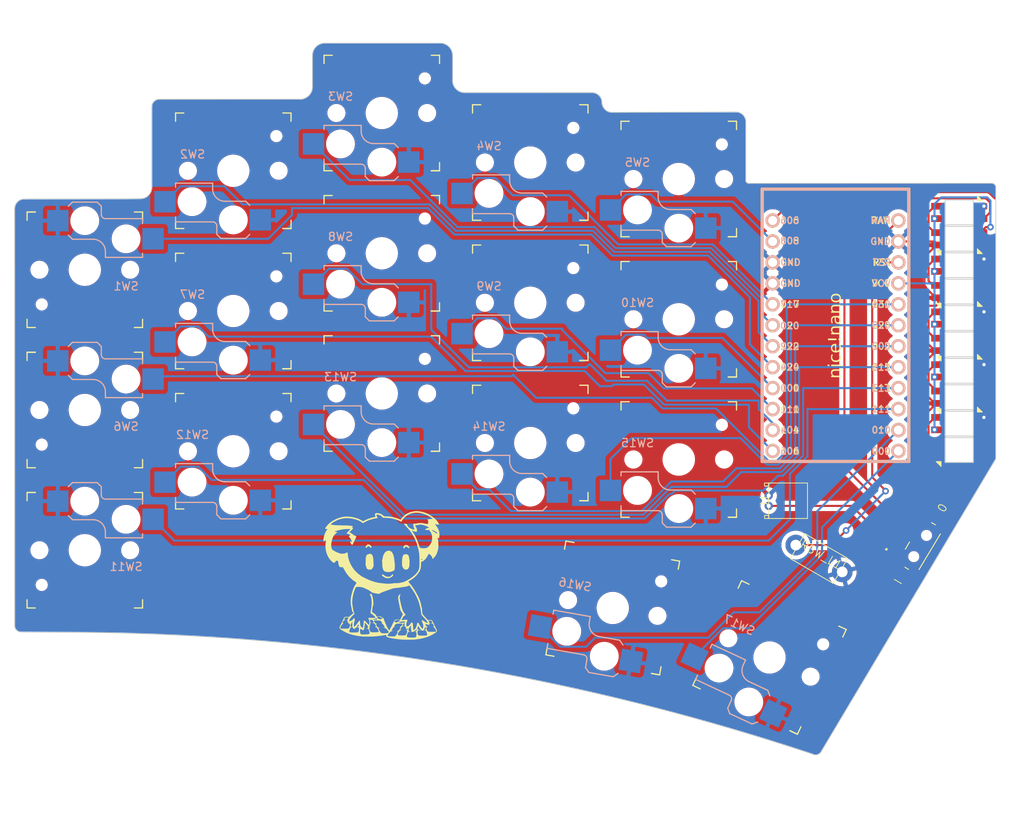
<source format=kicad_pcb>
(kicad_pcb (version 20221018) (generator pcbnew)
  (layers (0 "F.Cu" signal) (31 "B.Cu" signal) (34 "B.Paste" user) (35 "F.Paste" user) (36 "B.SilkS" user "B.Silkscreen") (37 "F.SilkS" user "F.Silkscreen") (38 "B.Mask" user) (39 "F.Mask" user) (44 "Edge.Cuts" user))
  (net 0 "")
  (net 1 "BAT+_L")
  (net 2 "GND_L")
  (net 3 "VCC_L")
  (net 4 "Net-(L1-DOUT)")
  (net 5 "LED_L")
  (net 6 "Net-(L2-DOUT)")
  (net 7 "Net-(L3-DOUT)")
  (net 8 "Net-(L4-DOUT)")
  (net 9 "Net-(L5-DOUT)")
  (net 10 "Net-(L6-DOUT)")
  (net 11 "Net-(L7-DOUT)")
  (net 12 "Net-(L8-DOUT)")
  (net 13 "Net-(L10-DIN)")
  (net 15 "BAT_SW_L")
  (net 21 "RST_L")
  (net 22 "SW1")
  (net 23 "SW2")
  (net 24 "SW3")
  (net 25 "SW4")
  (net 26 "SW5")
  (net 27 "SW6")
  (net 28 "SW7")
  (net 29 "SW8")
  (net 30 "SW9")
  (net 31 "SW10")
  (net 32 "SW11")
  (net 33 "SW12")
  (net 34 "SW13")
  (net 35 "SW14")
  (net 36 "SW15")
  (net 37 "SW16")
  (net 38 "SW17")
  (footprint "KoalaKeeb:SK6812-MINI-E" (layer "F.Cu") (at 276 48.45)
    (fp_text reference "L3" hide)
    (fp_text value "~" hide)
    (fp_line (start -1.7 -1.5) (end 1.7 -1.5) (stroke (width 0.12)) (layer "Edge.Cuts"))
    (fp_line (start -1.7 1.5) (end -1.7 -1.5) (stroke (width 0.12)) (layer "Edge.Cuts"))
    (fp_line (start 1.7 -1.5) (end 1.7 1.5) (stroke (width 0.12)) (layer "Edge.Cuts"))
    (fp_line (start 1.7 1.5) (end -1.7 1.5) (stroke (width 0.12)) (layer "Edge.Cuts"))
  )
  (footprint "KoalaKeeb:Kailh_socket_PG1350" (layer "F.Cu") (at 242 55)
    (fp_text reference "SW10")
    (fp_text value "Switch_SW_Push")
  )
  (footprint "KoalaKeeb:Kailh_socket_PG1350" (layer "F.Cu") (at 234 90 -10)
    (fp_text reference "SW16")
    (fp_text value "Switch_SW_Push")
  )
  (footprint "KoalaKeeb:SK6812-MINI-E" (layer "F.Cu") (at 276 67.65)
    (fp_text reference "L9" hide)
    (fp_text value "~" hide)
    (fp_line (start -1.7 -1.5) (end 1.7 -1.5) (stroke (width 0.12)) (layer "Edge.Cuts"))
    (fp_line (start -1.7 1.5) (end -1.7 -1.5) (stroke (width 0.12)) (layer "Edge.Cuts"))
    (fp_line (start 1.7 -1.5) (end 1.7 1.5) (stroke (width 0.12)) (layer "Edge.Cuts"))
    (fp_line (start 1.7 1.5) (end -1.7 1.5) (stroke (width 0.12)) (layer "Edge.Cuts"))
  )
  (footprint "KoalaKeeb:SK6812-MINI-E" (layer "F.Cu") (at 276 42.05)
    (fp_text reference "L1" hide)
    (fp_text value "~" hide)
    (fp_line (start -1.7 -1.5) (end 1.7 -1.5) (stroke (width 0.12)) (layer "Edge.Cuts"))
    (fp_line (start -1.7 1.5) (end -1.7 -1.5) (stroke (width 0.12)) (layer "Edge.Cuts"))
    (fp_line (start 1.7 -1.5) (end 1.7 1.5) (stroke (width 0.12)) (layer "Edge.Cuts"))
    (fp_line (start 1.7 1.5) (end -1.7 1.5) (stroke (width 0.12)) (layer "Edge.Cuts"))
  )
  (footprint "KoalaKeeb:TS-1136-4.3" (layer "F.Cu") (at 259 84 -30)
    (fp_text reference "RSW_L1")
    (fp_text value "Switch_SW_Push")
  )
  (footprint "KoalaKeeb:SK6812-MINI-E" (layer "F.Cu") (at 276 54.85)
    (fp_text reference "L5" hide)
    (fp_text value "~" hide)
    (fp_line (start -1.7 -1.5) (end 1.7 -1.5) (stroke (width 0.12)) (layer "Edge.Cuts"))
    (fp_line (start -1.7 1.5) (end -1.7 -1.5) (stroke (width 0.12)) (layer "Edge.Cuts"))
    (fp_line (start 1.7 -1.5) (end 1.7 1.5) (stroke (width 0.12)) (layer "Edge.Cuts"))
    (fp_line (start 1.7 1.5) (end -1.7 1.5) (stroke (width 0.12)) (layer "Edge.Cuts"))
  )
  (footprint "KoalaKeeb:Kailh_socket_PG1350" (layer "F.Cu") (at 224 36)
    (fp_text reference "SW4")
    (fp_text value "Switch_SW_Push")
  )
  (footprint "KoalaKeeb:Kailh_socket_PG1350" (layer "F.Cu") (at 242 72)
    (fp_text reference "SW15")
    (fp_text value "Switch_SW_Push")
  )
  (footprint "KoalaKeeb:SK6812-MINI-E" (layer "F.Cu") (at 276 61.25)
    (fp_text reference "L7" hide)
    (fp_text value "~" hide)
    (fp_line (start -1.7 -1.5) (end 1.7 -1.5) (stroke (width 0.12)) (layer "Edge.Cuts"))
    (fp_line (start -1.7 1.5) (end -1.7 -1.5) (stroke (width 0.12)) (layer "Edge.Cuts"))
    (fp_line (start 1.7 -1.5) (end 1.7 1.5) (stroke (width 0.12)) (layer "Edge.Cuts"))
    (fp_line (start 1.7 1.5) (end -1.7 1.5) (stroke (width 0.12)) (layer "Edge.Cuts"))
  )
  (footprint "KoalaKeeb:Kailh_socket_PG1350" (layer "F.Cu") (at 170 49 180)
    (fp_text reference "SW1")
    (fp_text value "Switch_SW_Push")
  )
  (footprint "KoalaKeeb:Kailh_socket_PG1350" (layer "F.Cu") (at 188 71)
    (fp_text reference "SW12")
    (fp_text value "Switch_SW_Push")
  )
  (footprint "KoalaKeeb:Kailh_socket_PG1350" (layer "F.Cu") (at 206 47)
    (fp_text reference "SW8")
    (fp_text value "Switch_SW_Push")
  )
  (footprint "KoalaKeeb:MSK12C02" (layer "F.Cu") (at 271.26 82.49 59)
    (fp_text reference "power_switch_L1" hide)
    (fp_text value "MSK12C02" hide)
  )
  (footprint "KoalaKeeb:Kailh_socket_PG1350" (layer "F.Cu") (at 253 96 -25)
    (fp_text reference "SW17")
    (fp_text value "Switch_SW_Push")
  )
  (footprint "KoalaKeeb:JLC 2Pin" (layer "F.Cu") (at 252.904 77 90)
    (fp_text reference "J1")
    (fp_text value "JLC_Battery_Con_L")
  )
  (footprint "KoalaKeeb:Kailh_socket_PG1350" (layer "F.Cu") (at 170 66 180)
    (fp_text reference "SW6")
    (fp_text value "Switch_SW_Push")
  )
  (footprint "KoalaKeeb:nice!nano" (layer "F.Cu") (at 261 57 -90)
    (fp_text reference "U1" hide)
    (fp_text value "Nice!Nano_L" hide)
  )
  (footprint "KoalaKeeb:Kailh_socket_PG1350" (layer "F.Cu") (at 206 64)
    (fp_text reference "SW13")
    (fp_text value "Switch_SW_Push")
  )
  (footprint "KoalaKeeb:Kailh_socket_PG1350" (layer "F.Cu") (at 206 30)
    (fp_text reference "SW3")
    (fp_text value "Switch_SW_Push")
  )
  (footprint "KoalaKeeb:SK6812-MINI-E" (layer "F.Cu") (at 276 58.05 180)
    (fp_text reference "L6" hide)
    (fp_text value "~" hide)
    (fp_line (start -1.7 -1.5) (end 1.7 -1.5) (stroke (width 0.12)) (layer "Edge.Cuts"))
    (fp_line (start -1.7 1.5) (end -1.7 -1.5) (stroke (width 0.12)) (layer "Edge.Cuts"))
    (fp_line (start 1.7 -1.5) (end 1.7 1.5) (stroke (width 0.12)) (layer "Edge.Cuts"))
    (fp_line (start 1.7 1.5) (end -1.7 1.5) (stroke (width 0.12)) (layer "Edge.Cuts"))
  )
  (footprint "KoalaKeeb:Kailh_socket_PG1350" (layer "F.Cu") (at 242 38)
    (fp_text reference "SW5")
    (fp_text value "Switch_SW_Push")
  )
  (footprint "KoalaKeeb:Kailh_socket_PG1350" (layer "F.Cu") (at 224 70)
    (fp_text reference "SW14")
    (fp_text value "Switch_SW_Push")
  )
  (footprint "KoalaKeeb:Kailh_socket_PG1350" (layer "F.Cu") (at 188 37)
    (fp_text reference "SW2")
    (fp_text value "Switch_SW_Push")
  )
  (footprint "KoalaKeeb:Kailh_socket_PG1350" (layer "F.Cu") (at 188 54)
    (fp_text reference "SW7")
    (fp_text value "Switch_SW_Push")
  )
  (footprint "KoalaKeeb:SK6812-MINI-E" (layer "F.Cu") (at 276 45.25 180)
    (fp_text reference "L2" hide)
    (fp_text value "~" hide)
    (fp_line (start -1.7 -1.5) (end 1.7 -1.5) (stroke (width 0.12)) (layer "Edge.Cuts"))
    (fp_line (start -1.7 1.5) (end -1.7 -1.5) (stroke (width 0.12)) (layer "Edge.Cuts"))
    (fp_line (start 1.7 -1.5) (end 1.7 1.5) (stroke (width 0.12)) (layer "Edge.Cuts"))
    (fp_line (start 1.7 1.5) (end -1.7 1.5) (stroke (width 0.12)) (layer "Edge.Cuts"))
  )
  (footprint "KoalaKeeb:Kailh_socket_PG1350" (layer "F.Cu") (at 224 53)
    (fp_text reference "SW9")
    (fp_text value "Switch_SW_Push")
  )
  (footprint "KoalaKeeb:SK6812-MINI-E" (layer "F.Cu") (at 276 51.65 180)
    (fp_text reference "L4" hide)
    (fp_text value "~" hide)
    (fp_line (start -1.7 -1.5) (end 1.7 -1.5) (stroke (width 0.12)) (layer "Edge.Cuts"))
    (fp_line (start -1.7 1.5) (end -1.7 -1.5) (stroke (width 0.12)) (layer "Edge.Cuts"))
    (fp_line (start 1.7 -1.5) (end 1.7 1.5) (stroke (width 0.12)) (layer "Edge.Cuts"))
    (fp_line (start 1.7 1.5) (end -1.7 1.5) (stroke (width 0.12)) (layer "Edge.Cuts"))
  )
  (footprint "KoalaKeeb:SK6812-MINI-E" (layer "F.Cu") (at 276 64.45 180)
    (fp_text reference "L8" hide)
    (fp_text value "~" hide)
    (fp_line (start -1.7 -1.5) (end 1.7 -1.5) (stroke (width 0.12)) (layer "Edge.Cuts"))
    (fp_line (start -1.7 1.5) (end -1.7 -1.5) (stroke (width 0.12)) (layer "Edge.Cuts"))
    (fp_line (start 1.7 -1.5) (end 1.7 1.5) (stroke (width 0.12)) (layer "Edge.Cuts"))
    (fp_line (start 1.7 1.5) (end -1.7 1.5) (stroke (width 0.12)) (layer "Edge.Cuts"))
  )
  (footprint "KoalaKeeb:Koalalogo_mirrored" (layer "F.Cu") (at 206 86)
    (fp_text reference "G***" hide)
    (fp_text value "LOGO" hide)
  )
  (footprint "KoalaKeeb:SK6812-MINI-E" (layer "F.Cu") (at 276 70.85 180)
    (fp_text reference "L10" hide)
    (fp_text value "~" hide)
    (fp_line (start -1.7 -1.5) (end 1.7 -1.5) (stroke (width 0.12)) (layer "Edge.Cuts"))
    (fp_line (start -1.7 1.5) (end -1.7 -1.5) (stroke (width 0.12)) (layer "Edge.Cuts"))
    (fp_line (start 1.7 -1.5) (end 1.7 1.5) (stroke (width 0.12)) (layer "Edge.Cuts"))
    (fp_line (start 1.7 1.5) (end -1.7 1.5) (stroke (width 0.12)) (layer "Edge.Cuts"))
  )
  (footprint "KoalaKeeb:Kailh_socket_PG1350" (layer "F.Cu") (at 170 83 180)
    (fp_text reference "SW11")
    (fp_text value "Switch_SW_Push")
  )
  (gr_arc (start 162.29 92.92) (mid 161.696838 92.656804) (end 161.49397 92.040397) (stroke (width 0.1)) (layer "Edge.Cuts"))
  (gr_arc (start 280.43 71.8) (mid 280.41973 71.903947) (end 280.384707 72.002354) (stroke (width 0.1)) (layer "Edge.Cuts"))
  (gr_arc (start 178.119945 29.23) (mid 178.380039 28.59711) (end 179.01 28.330001) (stroke (width 0.1)) (layer "Edge.Cuts"))
  (gr_line (start 197.59 26.82) (end 197.59 23.02) (stroke (width 0.1)) (layer "Edge.Cuts"))
  (gr_line (start 161.485849 41.619995) (end 161.49 51.82) (stroke (width 0.1)) (layer "Edge.Cuts"))
  (gr_arc (start 166.99 92.946401) (mid 213.185204 96.661368) (end 258.193072 107.710785) (stroke (width 0.1)) (layer "Edge.Cuts"))
  (gr_arc (start 233.941469 29.916902) (mid 233.077133 29.569268) (end 232.694159 28.72) (stroke (width 0.1)) (layer "Edge.Cuts"))
  (gr_arc (start 161.485849 41.619995) (mid 161.838534 40.76854) (end 162.689987 40.415836) (stroke (width 0.1)) (layer "Edge.Cuts"))
  (gr_line (start 166.99 92.946401) (end 162.29 92.92) (stroke (width 0.1)) (layer "Edge.Cuts"))
  (gr_arc (start 279.95 38.51) (mid 280.289411 38.650589) (end 280.43 38.99) (stroke (width 0.1)) (layer "Edge.Cuts"))
  (gr_line (start 161.49 51.82) (end 161.49 59.02) (stroke (width 0.1)) (layer "Edge.Cuts"))
  (gr_line (start 161.49397 92.040397) (end 161.49 59.02) (stroke (width 0.1)) (layer "Edge.Cuts"))
  (gr_arc (start 213.09 21.52) (mid 214.15066 21.95934) (end 214.59 23.02) (stroke (width 0.1)) (layer "Edge.Cuts"))
  (gr_line (start 280.384707 72.002354) (end 280.14 72.42) (stroke (width 0.1)) (layer "Edge.Cuts"))
  (gr_arc (start 248.938531 29.86731) (mid 249.789991 30.220009) (end 250.14269 31.071469) (stroke (width 0.1)) (layer "Edge.Cuts"))
  (gr_line (start 259.23 107.48) (end 280.14 72.42) (stroke (width 0.1)) (layer "Edge.Cuts"))
  (gr_arc (start 250.52 38.519999) (mid 250.234258 38.415138) (end 250.130073 38.129149) (stroke (width 0.1)) (layer "Edge.Cuts"))
  (gr_arc (start 178.12 39.01) (mid 177.712291 39.979362) (end 176.74 40.380036) (stroke (width 0.1)) (layer "Edge.Cuts"))
  (gr_arc (start 197.59 23.02) (mid 198.02934 21.95934) (end 199.09 21.52) (stroke (width 0.1)) (layer "Edge.Cuts"))
  (gr_line (start 280.43 38.99) (end 280.43 71.8) (stroke (width 0.1)) (layer "Edge.Cuts"))
  (gr_line (start 233.941469 29.916902) (end 248.938531 29.86731) (stroke (width 0.1)) (layer "Edge.Cuts"))
  (gr_arc (start 231.49 27.515841) (mid 232.341469 27.868531) (end 232.694159 28.72) (stroke (width 0.1)) (layer "Edge.Cuts"))
  (gr_arc (start 197.59 26.82) (mid 197.15066 27.88066) (end 196.09 28.32) (stroke (width 0.1)) (layer "Edge.Cuts"))
  (gr_line (start 250.76 38.52) (end 250.52 38.52) (stroke (width 0.1)) (layer "Edge.Cuts"))
  (gr_line (start 199.09 21.52) (end 213.09 21.52) (stroke (width 0.1)) (layer "Edge.Cuts"))
  (gr_line (start 178.119945 29.23) (end 178.12 39.01) (stroke (width 0.1)) (layer "Edge.Cuts"))
  (gr_line (start 176.74 40.380036) (end 174.88 40.4) (stroke (width 0.1)) (layer "Edge.Cuts"))
  (gr_line (start 162.689987 40.415836) (end 174.88 40.4) (stroke (width 0.1)) (layer "Edge.Cuts"))
  (gr_line (start 179.01 28.33) (end 196.09 28.32) (stroke (width 0.1)) (layer "Edge.Cuts"))
  (gr_line (start 216.05066 27.521259) (end 231.49 27.52) (stroke (width 0.1)) (layer "Edge.Cuts"))
  (gr_line (start 214.59 23.02) (end 214.59 26.12) (stroke (width 0.1)) (layer "Edge.Cuts"))
  (gr_arc (start 259.228691 107.479054) (mid 258.754799 107.791189) (end 258.193072 107.710784) (stroke (width 0.1)) (layer "Edge.Cuts"))
  (gr_line (start 279.95 38.51) (end 250.76 38.52) (stroke (width 0.1)) (layer "Edge.Cuts"))
  (gr_line (start 250.14269 31.071469) (end 250.14 38.13) (stroke (width 0.1)) (layer "Edge.Cuts"))
  (gr_arc (start 216.05066 27.521259) (mid 215.038611 27.114291) (end 214.59 26.12) (stroke (width 0.1)) (layer "Edge.Cuts"))
  (segment (start 262.975 77.625) (end 266.47 81.12) (width 0.25) (layer "F.Cu") (net 1))
  (segment (start 252.904 77.625) (end 262.975 77.625) (width 0.25) (layer "F.Cu") (net 1))
  (segment (start 266.47 81.12) (end 266.47 81.420401) (width 0.25) (layer "F.Cu") (net 1))
  (segment (start 266.47 81.420401) (end 268.515405 83.465806) (width 0.25) (layer "F.Cu") (net 1))
  (segment (start 273.24 58.8) (end 271.825 60.215) (width 0.25) (layer "F.Cu") (net 2))
  (segment (start 273.24 46) (end 271.79 47.45) (width 0.25) (layer "F.Cu") (net 2))
  (segment (start 273.45 58.8) (end 273.24 58.8) (width 0.25) (layer "F.Cu") (net 2))
  (segment (start 273.02 45.57) (end 268.62 45.57) (width 0.25) (layer "F.Cu") (net 2))
  (segment (start 271.79 51.03) (end 273.16 52.4) (width 0.25) (layer "F.Cu") (net 2))
  (segment (start 272.275 53.365) (end 271.825 53.815) (width 0.25) (layer "F.Cu") (net 2))
  (segment (start 273.45 46) (end 273.02 45.57) (width 0.25) (layer "F.Cu") (net 2))
  (segment (start 273.04 71.6) (end 273.45 71.6) (width 0.25) (layer "F.Cu") (net 2))
  (segment (start 271.825 70.385) (end 273.04 71.6) (width 0.25) (layer "F.Cu") (net 2))
  (segment (start 273.04 65.2) (end 273.45 65.2) (width 0.25) (layer "F.Cu") (net 2))
  (segment (start 271.825 53.815) (end 271.825 57.585) (width 0.25) (layer "F.Cu") (net 2))
  (segment (start 271.825 63.985) (end 273.04 65.2) (width 0.25) (layer "F.Cu") (net 2))
  (segment (start 273.45 53.1) (end 273.185 53.365) (width 0.25) (layer "F.Cu") (net 2))
  (segment (start 271.79 47.45) (end 271.79 51.03) (width 0.25) (layer "F.Cu") (net 2))
  (segment (start 271.825 60.215) (end 271.825 63.985) (width 0.25) (layer "F.Cu") (net 2))
  (segment (start 273.185 53.365) (end 272.275 53.365) (width 0.25) (layer "F.Cu") (net 2))
  (segment (start 273.45 52.4) (end 273.45 53.1) (width 0.25) (layer "F.Cu") (net 2))
  (segment (start 273.24 65.2) (end 271.825 66.615) (width 0.25) (layer "F.Cu") (net 2))
  (segment (start 273.16 52.4) (end 273.45 52.4) (width 0.25) (layer "F.Cu") (net 2))
  (segment (start 271.825 66.615) (end 271.825 70.385) (width 0.25) (layer "F.Cu") (net 2))
  (segment (start 273.45 46) (end 273.24 46) (width 0.25) (layer "F.Cu") (net 2))
  (segment (start 273.04 58.8) (end 273.45 58.8) (width 0.25) (layer "F.Cu") (net 2))
  (segment (start 271.825 57.585) (end 273.04 58.8) (width 0.25) (layer "F.Cu") (net 2))
  (segment (start 273.45 65.2) (end 273.24 65.2) (width 0.25) (layer "F.Cu") (net 2))
  (via (at 279 54.1) (size 0.8) (drill 0.4) (layers "F.Cu" "B.Cu") (net 2))
  (via (at 279 47.7) (size 0.8) (drill 0.4) (layers "F.Cu" "B.Cu") (net 2))
  (via (at 278.99 66.9) (size 0.8) (drill 0.4) (layers "F.Cu" "B.Cu") (net 2))
  (via (at 279 60.5) (size 0.8) (drill 0.4) (layers "F.Cu" "B.Cu") (net 2))
  (via (at 278.99 41.29) (size 0.8) (drill 0.4) (layers "F.Cu" "B.Cu") (net 2))
  (segment (start 278.55 50.9) (end 278.96 50.9) (width 0.25) (layer "F.Cu") (net 3))
  (segment (start 278.96 50.9) (end 280.175 52.115) (width 0.25) (layer "F.Cu") (net 3))
  (segment (start 280.175 55.885) (end 278.76 57.3) (width 0.25) (layer "F.Cu") (net 3))
  (segment (start 278.655 64.465) (end 279.725 64.465) (width 0.25) (layer "F.Cu") (net 3))
  (segment (start 278.99 50.9) (end 278.55 50.9) (width 0.25) (layer "F.Cu") (net 3))
  (segment (start 278.55 44.5) (end 278.99 44.5) (width 0.25) (layer "F.Cu") (net 3))
  (segment (start 278.61 70.1) (end 278.55 70.1) (width 0.25) (layer "F.Cu") (net 3))
  (segment (start 280.175 49.715) (end 278.99 50.9) (width 0.25) (layer "F.Cu") (net 3))
  (segment (start 278.76 57.3) (end 278.55 57.3) (width 0.25) (layer "F.Cu") (net 3))
  (segment (start 280.175 52.115) (end 280.175 55.885) (width 0.25) (layer "F.Cu") (net 3))
  (segment (start 280.175 68.535) (end 278.61 70.1) (width 0.25) (layer "F.Cu") (net 3))
  (segment (start 280.175 64.915) (end 280.175 68.535) (width 0.25) (layer "F.Cu") (net 3))
  (segment (start 279.725 64.465) (end 280.175 64.915) (width 0.25) (layer "F.Cu") (net 3))
  (segment (start 278.55 63.7) (end 278.55 64.36) (width 0.25) (layer "F.Cu") (net 3))
  (segment (start 278.55 64.36) (end 278.655 64.465) (width 0.25) (layer "F.Cu") (net 3))
  (segment (start 279.78 43.83) (end 279.22 43.83) (width 0.25) (layer "F.Cu") (net 3))
  (segment (start 280.175 45.685) (end 280.175 49.715) (width 0.25) (layer "F.Cu") (net 3))
  (segment (start 278.96 57.3) (end 280.175 58.515) (width 0.25) (layer "F.Cu") (net 3))
  (segment (start 280.175 62.285) (end 278.76 63.7) (width 0.25) (layer "F.Cu") (net 3))
  (segment (start 279.22 43.83) (end 278.55 44.5) (width 0.25) (layer "F.Cu") (net 3))
  (segment (start 278.76 63.7) (end 278.55 63.7) (width 0.25) (layer "F.Cu") (net 3))
  (segment (start 278.55 57.3) (end 278.96 57.3) (width 0.25) (layer "F.Cu") (net 3))
  (segment (start 278.99 44.5) (end 280.175 45.685) (width 0.25) (layer "F.Cu") (net 3))
  (segment (start 280.175 58.515) (end 280.175 62.285) (width 0.25) (layer "F.Cu") (net 3))
  (via (at 273 68.39) (size 0.8) (drill 0.4) (layers "F.Cu" "B.Cu") (net 3))
  (via (at 273 49.19) (size 0.8) (drill 0.4) (layers "F.Cu" "B.Cu") (net 3))
  (via (at 273 55.6) (size 0.8) (drill 0.4) (layers "F.Cu" "B.Cu") (net 3))
  (via (at 279.78 43.83) (size 0.8) (drill 0.4) (layers "F.Cu" "B.Cu") (net 3))
  (via (at 273 62) (size 0.8) (drill 0.4) (layers "F.Cu" "B.Cu") (net 3))
  (via (at 273 42.8) (size 0.8) (drill 0.4) (layers "F.Cu" "B.Cu") (net 3))
  (segment (start 279.78 40.63) (end 279.78 43.83) (width 0.25) (layer "B.Cu") (net 3))
  (segment (start 273 41.673223) (end 273.01 41.663223) (width 0.25) (layer "B.Cu") (net 3))
  (segment (start 272.99 50.65) (end 268.62 50.65) (width 0.25) (layer "B.Cu") (net 3))
  (segment (start 273.01 41.663223) (end 273.01 41.03) (width 0.25) (layer "B.Cu") (net 3))
  (segment (start 279.38 40.23) (end 279.78 40.63) (width 0.25) (layer "B.Cu") (net 3))
  (segment (start 273 50.64) (end 273 49.19) (width 0.25) (layer "B.Cu") (net 3))
  (segment (start 273 42.8) (end 273 41.673223) (width 0.25) (layer "B.Cu") (net 3))
  (segment (start 273 68.39) (end 273 62) (width 0.25) (layer "B.Cu") (net 3))
  (segment (start 273.01 41.03) (end 273.81 40.23) (width 0.25) (layer "B.Cu") (net 3))
  (segment (start 273 55.6) (end 273 62) (width 0.25) (layer "B.Cu") (net 3))
  (segment (start 273 49.19) (end 273 42.8) (width 0.25) (layer "B.Cu") (net 3))
  (segment (start 273 50.64) (end 272.99 50.65) (width 0.25) (layer "B.Cu") (net 3))
  (segment (start 273 55.6) (end 273 50.64) (width 0.25) (layer "B.Cu") (net 3))
  (segment (start 275.01 40.23) (end 279.38 40.23) (width 0.25) (layer "B.Cu") (net 3))
  (segment (start 273.81 40.23) (end 275.01 40.23) (width 0.25) (layer "B.Cu") (net 3))
  (segment (start 273.01 44.5) (end 273.45 44.5) (width 0.25) (layer "F.Cu") (net 4))
  (segment (start 272.275 42.035) (end 272.275 43.765) (width 0.25) (layer "F.Cu") (net 4))
  (segment (start 273.45 41.3) (end 273.01 41.3) (width 0.25) (layer "F.Cu") (net 4))
  (segment (start 272.275 43.765) (end 273.01 44.5) (width 0.25) (layer "F.Cu") (net 4))
  (segment (start 273.01 41.3) (end 272.275 42.035) (width 0.25) (layer "F.Cu") (net 4))
  (segment (start 279.23 40.34) (end 256.07 40.34) (width 0.25) (layer "F.Cu") (net 5))
  (segment (start 256.07 40.34) (end 253.38 43.03) (width 0.25) (layer "F.Cu") (net 5))
  (segment (start 278.55 42.8) (end 278.99 42.8) (width 0.25) (layer "F.Cu") (net 5))
  (segment (start 278.99 42.8) (end 279.725 42.065) (width 0.25) (layer "F.Cu") (net 5))
  (segment (start 279.725 42.065) (end 279.725 40.835) (width 0.25) (layer "F.Cu") (net 5))
  (segment (start 279.725 40.835) (end 279.23 40.34) (width 0.25) (layer "F.Cu") (net 5))
  (segment (start 278.55 46) (end 279.725 47.175) (width 0.25) (layer "F.Cu") (net 6))
  (segment (start 279.725 48.865) (end 279.39 49.2) (width 0.25) (layer "F.Cu") (net 6))
  (segment (start 279.39 49.2) (end 278.55 49.2) (width 0.25) (layer "F.Cu") (net 6))
  (segment (start 279.725 47.175) (end 279.725 48.865) (width 0.25) (layer "F.Cu") (net 6))
  (segment (start 272.83 50.9) (end 273.45 50.9) (width 0.25) (layer "F.Cu") (net 7))
  (segment (start 273.04 47.7) (end 272.275 48.465) (width 0.25) (layer "F.Cu") (net 7))
  (segment (start 273.45 47.7) (end 273.04 47.7) (width 0.25) (layer "F.Cu") (net 7))
  (segment (start 272.275 48.465) (end 272.275 50.345) (width 0.25) (layer "F.Cu") (net 7))
  (segment (start 272.275 50.345) (end 272.83 50.9) (width 0.25) (layer "F.Cu") (net 7))
  (segment (start 278.99 55.6) (end 278.55 55.6) (width 0.25) (layer "F.Cu") (net 8))
  (segment (start 279.725 54.865) (end 278.99 55.6) (width 0.25) (layer "F.Cu") (net 8))
  (segment (start 278.55 52.4) (end 279.725 53.575) (width 0.25) (layer "F.Cu") (net 8))
  (segment (start 279.725 53.575) (end 279.725 54.865) (width 0.25) (layer "F.Cu") (net 8))
  (segment (start 273.04 54.1) (end 272.275 54.865) (width 0.25) (layer "F.Cu") (net 9))
  (segment (start 272.275 54.865) (end 272.275 56.565) (width 0.25) (layer "F.Cu") (net 9))
  (segment (start 273.45 54.1) (end 273.04 54.1) (width 0.25) (layer "F.Cu") (net 9))
  (segment (start 273.01 57.3) (end 273.45 57.3) (width 0.25) (layer "F.Cu") (net 9))
  (segment (start 272.275 56.565) (end 273.01 57.3) (width 0.25) (layer "F.Cu") (net 9))
  (segment (start 278.55 58.8) (end 279.725 59.975) (width 0.25) (layer "F.Cu") (net 10))
  (segment (start 279.725 59.975) (end 279.725 60.924533) (width 0.25) (layer "F.Cu") (net 10))
  (segment (start 278.649533 62) (end 278.55 62) (width 0.25) (layer "F.Cu") (net 10))
  (segment (start 279.725 60.924533) (end 278.649533 62) (width 0.25) (layer "F.Cu") (net 10))
  (segment (start 273.24 63.7) (end 273.45 63.7) (width 0.25) (layer "F.Cu") (net 11))
  (segment (start 272.275 61.265) (end 272.275 62.735) (width 0.25) (layer "F.Cu") (net 11))
  (segment (start 273.45 60.5) (end 273.04 60.5) (width 0.25) (layer "F.Cu") (net 11))
  (segment (start 272.275 62.735) (end 273.24 63.7) (width 0.25) (layer "F.Cu") (net 11))
  (segment (start 273.04 60.5) (end 272.275 61.265) (width 0.25) (layer "F.Cu") (net 11))
  (segment (start 278.649533 68.4) (end 278.55 68.4) (width 0.25) (layer "F.Cu") (net 12))
  (segment (start 278.55 65.2) (end 279.725 66.375) (width 0.25) (layer "F.Cu") (net 12))
  (segment (start 279.725 66.375) (end 279.725 67.324533) (width 0.25) (layer "F.Cu") (net 12))
  (segment (start 279.725 67.324533) (end 278.649533 68.4) (width 0.25) (layer "F.Cu") (net 12))
  (segment (start 273.24 70.1) (end 273.45 70.1) (width 0.25) (layer "F.Cu") (net 13))
  (segment (start 272.275 67.665) (end 272.275 69.135) (width 0.25) (layer "F.Cu") (net 13))
  (segment (start 273.45 66.9) (end 273.04 66.9) (width 0.25) (layer "F.Cu") (net 13))
  (segment (start 272.275 69.135) (end 273.24 70.1) (width 0.25) (layer "F.Cu") (net 13))
  (segment (start 273.04 66.9) (end 272.275 67.665) (width 0.25) (layer "F.Cu") (net 13))
  (segment (start 267.1 44.55) (end 266 44.55) (width 0.25) (layer "F.Cu") (net 15))
  (segment (start 262.08 48.47) (end 262.08 72.913785) (width 0.25) (layer "F.Cu") (net 15))
  (segment (start 262.08 72.913785) (end 270.060519 80.894304) (width 0.25) (layer "F.Cu") (net 15))
  (segment (start 268.62 43.03) (end 267.1 44.55) (width 0.25) (layer "F.Cu") (net 15))
  (segment (start 266 44.55) (end 262.08 48.47) (width 0.25) (layer "F.Cu") (net 15))
  (segment (start 260.505 82.375) (end 262.27 80.61) (width 0.25) (layer "F.Cu") (net 21))
  (segment (start 266.32 48.11) (end 268.62 48.11) (width 0.25) (layer "F.Cu") (net 21))
  (segment (start 262.28 80.6) (end 262.27 80.61) (width 0.25) (layer "F.Cu") (net 21))
  (segment (start 262.27 80.61) (end 262.28 80.61) (width 0.25) (layer "F.Cu") (net 21))
  (segment (start 265.45 48.98) (end 266.32 48.11) (width 0.25) (layer "F.Cu") (net 21))
  (segment (start 267.07 75.83) (end 267.07 75.77) (width 0.25) (layer "F.Cu") (net 21))
  (segment (start 265.45 74.15) (end 265.45 48.98) (width 0.25) (layer "F.Cu") (net 21))
  (segment (start 267.07 75.77) (end 265.45 74.15) (width 0.25) (layer "F.Cu") (net 21))
  (segment (start 262.28 80.61) (end 262.28 80.6) (width 0.25) (layer "F.Cu") (net 21))
  (segment (start 256.185417 82.375) (end 260.505 82.375) (width 0.25) (layer "F.Cu") (net 21))
  (via (at 262.28 80.61) (size 0.8) (drill 0.4) (layers "F.Cu" "B.Cu") (net 21))
  (via (at 267.07 75.83) (size 0.8) (drill 0.4) (layers "F.Cu" "B.Cu") (net 21))
  (segment (start 267.07 75.83) (end 267.07 75.82) (width 0.25) (layer "B.Cu") (net 21))
  (segment (start 267.06 75.83) (end 267.07 75.83) (width 0.25) (layer "B.Cu") (net 21))
  (segment (start 267.07 75.82) (end 267.06 75.83) (width 0.25) (layer "B.Cu") (net 21))
  (segment (start 262.28 80.61) (end 267.06 75.83) (width 0.25) (layer "B.Cu") (net 21))
  (segment (start 250.63 52.349188) (end 250.63 58.06) (width 0.25) (layer "B.Cu") (net 22))
  (segment (start 214.797208 44.73) (end 231.417208 44.73) (width 0.25) (layer "B.Cu") (net 22))
  (segment (start 178.275 45.25) (end 192.225 45.25) (width 0.25) (layer "B.Cu") (net 22))
  (segment (start 245.560812 47.28) (end 250.63 52.349188) (width 0.25) (layer "B.Cu") (net 22))
  (segment (start 211.592208 41.525) (end 214.797208 44.73) (width 0.25) (layer "B.Cu") (net 22))
  (segment (start 195.12 42.355) (end 195.12 41.525) (width 0.25) (layer "B.Cu") (net 22))
  (segment (start 250.63 58.06) (end 253.38 60.81) (width 0.25) (layer "B.Cu") (net 22))
  (segment (start 192.225 45.25) (end 195.12 42.355) (width 0.25) (layer "B.Cu") (net 22))
  (segment (start 233.967208 47.28) (end 245.560812 47.28) (width 0.25) (layer "B.Cu") (net 22))
  (segment (start 195.12 41.525) (end 211.592208 41.525) (width 0.25) (layer "B.Cu") (net 22))
  (segment (start 231.417208 44.73) (end 233.967208 47.28) (width 0.25) (layer "B.Cu") (net 22))
  (segment (start 214.978604 44.275) (end 231.598604 44.275) (width 0.25) (layer "B.Cu") (net 23))
  (segment (start 245.747208 46.83) (end 251.686803 52.769595) (width 0.25) (layer "B.Cu") (net 23))
  (segment (start 186.920001 38.875) (end 189.120001 41.075) (width 0.25) (layer "B.Cu") (net 23))
  (segment (start 234.153604 46.83) (end 245.747208 46.83) (width 0.25) (layer "B.Cu") (net 23))
  (segment (start 211.778604 41.075) (end 214.978604 44.275) (width 0.25) (layer "B.Cu") (net 23))
  (segment (start 189.120001 41.075) (end 211.778604 41.075) (width 0.25) (layer "B.Cu") (net 23))
  (segment (start 179.725 40.75) (end 181.6 38.875) (width 0.25) (layer "B.Cu") (net 23))
  (segment (start 231.598604 44.275) (end 234.153604 46.83) (width 0.25) (layer "B.Cu") (net 23))
  (segment (start 181.6 38.875) (end 186.920001 38.875) (width 0.25) (layer "B.Cu") (net 23))
  (segment (start 251.686803 56.576803) (end 253.38 58.27) (width 0.25) (layer "B.Cu") (net 23))
  (segment (start 251.686803 52.769595) (end 251.686803 56.576803) (width 0.25) (layer "B.Cu") (net 23))
  (segment (start 253.38 55.73) (end 252.136803 54.486803) (width 0.25) (layer "B.Cu") (net 24))
  (segment (start 209.46 38.12) (end 202.095 38.12) (width 0.25) (layer "B.Cu") (net 24))
  (segment (start 231.76 43.8) (end 231.735 43.825) (width 0.25) (layer "B.Cu") (net 24))
  (segment (start 231.735 43.825) (end 215.165 43.825) (width 0.25) (layer "B.Cu") (net 24))
  (segment (start 202.095 38.12) (end 197.725 33.75) (width 0.25) (layer "B.Cu") (net 24))
  (segment (start 215.165 43.825) (end 209.46 38.12) (width 0.25) (layer "B.Cu") (net 24))
  (segment (start 252.136803 52.583199) (end 245.933604 46.38) (width 0.25) (layer "B.Cu") (net 24))
  (segment (start 252.136803 54.486803) (end 252.136803 52.583199) (width 0.25) (layer "B.Cu") (net 24))
  (segment (start 234.34 46.38) (end 231.76 43.8) (width 0.25) (layer "B.Cu") (net 24))
  (segment (start 245.933604 46.38) (end 234.34 46.38) (width 0.25) (layer "B.Cu") (net 24))
  (segment (start 246.12 45.93) (end 234.655 45.93) (width 0.25) (layer "B.Cu") (net 25))
  (segment (start 221.87165 39.97) (end 219.77665 37.875) (width 0.25) (layer "B.Cu") (net 25))
  (segment (start 217.6 37.875) (end 215.725 39.75) (width 0.25) (layer "B.Cu") (net 25))
  (segment (start 228.695 39.97) (end 221.87165 39.97) (width 0.25) (layer "B.Cu") (net 25))
  (segment (start 234.655 45.93) (end 228.695 39.97) (width 0.25) (layer "B.Cu") (net 25))
  (segment (start 253.38 53.19) (end 246.12 45.93) (width 0.25) (layer "B.Cu") (net 25))
  (segment (start 219.77665 37.875) (end 217.6 37.875) (width 0.25) (layer "B.Cu") (net 25))
  (segment (start 239.48 40.74) (end 238.615 39.875) (width 0.25) (layer "B.Cu") (net 26))
  (segment (start 248.55 40.74) (end 239.48 40.74) (width 0.25) (layer "B.Cu") (net 26))
  (segment (start 235.6 39.875) (end 233.725 41.75) (width 0.25) (layer "B.Cu") (net 26))
  (segment (start 238.615 39.875) (end 235.6 39.875) (width 0.25) (layer "B.Cu") (net 26))
  (segment (start 253.38 45.57) (end 248.55 40.74) (width 0.25) (layer "B.Cu") (net 26))
  (segment (start 253.877595 72.1713) (end 255.1 70.948895) (width 0.25) (layer "B.Cu") (net 27))
  (segment (start 238.751802 64.518198) (end 240.043604 65.81) (width 0.25) (layer "B.Cu") (net 27))
  (segment (start 221.7345 61.9105) (end 221.92 61.725) (width 0.25) (layer "B.Cu") (net 27))
  (segment (start 252.882405 72.1713) (end 253.877595 72.1713) (width 0.25) (layer "B.Cu") (net 27))
  (segment (start 178.275 62.25) (end 178.6145 61.9105) (width 0.25) (layer "B.Cu") (net 27))
  (segment (start 255.1 70.948895) (end 255.1 53.2) (width 0.25) (layer "B.Cu") (net 27))
  (segment (start 255.1 53.2) (end 255.11 53.19) (width 0.25) (layer "B.Cu") (net 27))
  (segment (start 240.043604 65.81) (end 246.521105 65.81) (width 0.25) (layer "B.Cu") (net 27))
  (segment (start 221.92 61.725) (end 224.713198 64.518198) (width 0.25) (layer "B.Cu") (net 27))
  (segment (start 246.521105 65.81) (end 252.882405 72.1713) (width 0.25) (layer "B.Cu") (net 27))
  (segment (start 224.713198 64.518198) (end 238.751802 64.518198) (width 0.25) (layer "B.Cu") (net 27))
  (segment (start 178.6145 61.9105) (end 221.7345 61.9105) (width 0.25) (layer "B.Cu") (net 27))
  (segment (start 255.11 53.19) (end 268.62 53.19) (width 0.25) (layer "B.Cu") (net 27))
  (segment (start 211.99 57.11) (end 185.01165 57.11) (width 0.25) (layer "B.Cu") (net 28))
  (segment (start 232.443604 63.11) (end 230.608604 61.275) (width 0.25) (layer "B.Cu") (net 28))
  (segment (start 181.6 55.875) (end 179.725 57.75) (width 0.25) (layer "B.Cu") (net 28))
  (segment (start 253.38 70.97) (end 250.51 68.1) (width 0.25) (layer "B.Cu") (net 28))
  (segment (start 250.51 68.1) (end 250.51 65.36) (width 0.25) (layer "B.Cu") (net 28))
  (segment (start 234.09 62.91) (end 233.89 63.11) (width 0.25) (layer "B.Cu") (net 28))
  (segment (start 233.89 63.11) (end 232.443604 63.11) (width 0.25) (layer "B.Cu") (net 28))
  (segment (start 230.608604 61.275) (end 216.155 61.275) (width 0.25) (layer "B.Cu") (net 28))
  (segment (start 183.77665 55.875) (end 181.6 55.875) (width 0.25) (layer "B.Cu") (net 28))
  (segment (start 240.23 65.36) (end 237.78 62.91) (width 0.25) (layer "B.Cu") (net 28))
  (segment (start 216.155 61.275) (end 211.99 57.11) (width 0.25) (layer "B.Cu") (net 28))
  (segment (start 237.78 62.91) (end 234.09 62.91) (width 0.25) (layer "B.Cu") (net 28))
  (segment (start 185.01165 57.11) (end 183.77665 55.875) (width 0.25) (layer "B.Cu") (net 28))
  (segment (start 250.51 65.36) (end 240.23 65.36) (width 0.25) (layer "B.Cu") (net 28))
  (segment (start 253.38 68.43) (end 253.38 67.588895) (width 0.25) (layer "B.Cu") (net 29))
  (segment (start 253.38 67.588895) (end 251.711802 65.920697) (width 0.25) (layer "B.Cu") (net 29))
  (segment (start 240.548198 64.858198) (end 238.15 62.46) (width 0.25) (layer "B.Cu") (net 29))
  (segment (start 251.711802 65.920697) (end 251.711802 64.858198) (width 0.25) (layer "B.Cu") (net 29))
  (segment (start 230.795 60.825) (end 216.55 60.825) (width 0.25) (layer "B.Cu") (net 29))
  (segment (start 211.99 56.265) (end 211.99 50.75) (width 0.25) (layer "B.Cu") (net 29))
  (segment (start 216.55 60.825) (end 211.99 56.265) (width 0.25) (layer "B.Cu") (net 29))
  (segment (start 199.6 48.875) (end 197.725 50.75) (width 0.25) (layer "B.Cu") (net 29))
  (segment (start 211.99 50.75) (end 203.65165 50.75) (width 0.25) (layer "B.Cu") (net 29))
  (segment (start 231.2 60.42) (end 230.795 60.825) (width 0.25) (layer "B.Cu") (net 29))
  (segment (start 238.15 62.46) (end 233.24 62.46) (width 0.25) (layer "B.Cu") (net 29))
  (segment (start 233.24 62.46) (end 231.2 60.42) (width 0.25) (layer "B.Cu") (net 29))
  (segment (start 201.77665 48.875) (end 199.6 48.875) (width 0.25) (layer "B.Cu") (net 29))
  (segment (start 203.65165 50.75) (end 201.77665 48.875) (width 0.25) (layer "B.Cu") (net 29))
  (segment (start 251.711802 64.858198) (end 240.548198 64.858198) (width 0.25) (layer "B.Cu") (net 29))
  (segment (start 219.77665 54.875) (end 217.6 54.875) (width 0.25) (layer "B.Cu") (net 30))
  (segment (start 233.105 61.53) (end 227.87 56.295) (width 0.25) (layer "B.Cu") (net 30))
  (segment (start 238.34 61.53) (end 233.105 61.53) (width 0.25) (layer "B.Cu") (net 30))
  (segment (start 240.19 63.38) (end 238.34 61.53) (width 0.25) (layer "B.Cu") (net 30))
  (segment (start 227.87 56.295) (end 227.87 56.15) (width 0.25) (layer "B.Cu") (net 30))
  (segment (start 227.87 56.15) (end 221.05165 56.15) (width 0.25) (layer "B.Cu") (net 30))
  (segment (start 250.87 63.38) (end 240.19 63.38) (width 0.25) (layer "B.Cu") (net 30))
  (segment (start 217.6 54.875) (end 215.725 56.75) (width 0.25) (layer "B.Cu") (net 30))
  (segment (start 221.05165 56.15) (end 219.77665 54.875) (width 0.25) (layer "B.Cu") (net 30))
  (segment (start 253.38 65.89) (end 250.87 63.38) (width 0.25) (layer "B.Cu") (net 30))
  (segment (start 253.38 63.35) (end 247.3 57.27) (width 0.25) (layer "B.Cu") (net 31))
  (segment (start 235.6 56.875) (end 233.725 58.75) (width 0.25) (layer "B.Cu") (net 31))
  (segment (start 247.3 57.27) (end 238.17165 57.27) (width 0.25) (layer "B.Cu") (net 31))
  (segment (start 237.77665 56.875) (end 235.6 56.875) (width 0.25) (layer "B.Cu") (net 31))
  (segment (start 238.17165 57.27) (end 237.77665 56.875) (width 0.25) (layer "B.Cu") (net 31))
  (segment (start 257.66 65.89) (end 257.6 65.83) (width 0.25) (layer "B.Cu") (net 32))
  (segment (start 252.9 81.83) (end 180.855 81.83) (width 0.25) (layer "B.Cu") (net 32))
  (segment (start 257.6 65.83) (end 257.6 71.630875) (width 0.25) (layer "B.Cu") (net 32))
  (segment (start 257.6 71.630875) (end 255.475437 73.755438) (width 0.25) (layer "B.Cu") (net 32))
  (segment (start 268.62 65.89) (end 257.66 65.89) (width 0.25) (layer "B.Cu") (net 32))
  (segment (start 180.855 81.83) (end 178.275 79.25) (width 0.25) (layer "B.Cu") (net 32))
  (segment (start 255.475437 73.755438) (end 255.475437 79.254563) (width 0.25) (layer "B.Cu") (net 32))
  (segment (start 255.475437 79.254563) (end 252.9 81.83) (width 0.25) (layer "B.Cu") (net 32))
  (segment (start 203.819302 74.480698) (end 185.382348 74.480698) (width 0.25) (layer "B.Cu") (net 33))
  (segment (start 257.11 63.35) (end 257.07 63.39) (width 0.25) (layer "B.Cu") (net 33))
  (segment (start 254.02 73.9713) (end 252.2213 75.77) (width 0.25) (layer "B.Cu") (net 33))
  (segment (start 241.54 75.77) (end 241.13 76.18) (width 0.25) (layer "B.Cu") (net 33))
  (segment (start 257.07 63.39) (end 257.07 71.524479) (width 0.25) (layer "B.Cu") (net 33))
  (segment (start 254.623179 73.9713) (end 254.02 73.9713) (width 0.25) (layer "B.Cu") (net 33))
  (segment (start 237.892792 79.15) (end 208.488604 79.15) (width 0.25) (layer "B.Cu") (net 33))
  (segment (start 241.13 76.18) (end 240.862792 76.18) (width 0.25) (layer "B.Cu") (net 33))
  (segment (start 257.07 71.524479) (end 254.623179 73.9713) (width 0.25) (layer "B.Cu") (net 33))
  (segment (start 181.6 72.875) (end 179.725 74.75) (width 0.25) (layer "B.Cu") (net 33))
  (segment (start 208.488604 79.15) (end 203.819302 74.480698) (width 0.25) (layer "B.Cu") (net 33))
  (segment (start 268.62 63.35) (end 257.11 63.35) (width 0.25) (layer "B.Cu") (net 33))
  (segment (start 252.2213 75.77) (end 241.54 75.77) (width 0.25) (layer "B.Cu") (net 33))
  (segment (start 185.382348 74.480698) (end 183.77665 72.875) (width 0.25) (layer "B.Cu") (net 33))
  (segment (start 183.77665 72.875) (end 181.6 72.875) (width 0.25) (layer "B.Cu") (net 33))
  (segment (start 240.862792 76.18) (end 237.892792 79.15) (width 0.25) (layer "B.Cu") (net 33))
  (segment (start 249.5787 73.5213) (end 247.78 75.32) (width 0.25) (layer "B.Cu") (net 34))
  (segment (start 256.59 60.81) (end 256.58 60.8) (width 0.25) (layer "B.Cu") (net 34))
  (segment (start 208.675 78.7) (end 197.725 67.75) (width 0.25) (layer "B.Cu") (net 34))
  (segment (start 241.086396 75.32) (end 237.706396 78.7) (width 0.25) (layer "B.Cu") (net 34))
  (segment (start 254.436783 73.5213) (end 249.5787 73.5213) (width 0.25) (layer "B.Cu") (net 34))
  (segment (start 256.58 60.8) (end 256.58 71.378083) (width 0.25) (layer "B.Cu") (net 34))
  (segment (start 256.58 71.378083) (end 254.436783 73.5213) (width 0.25) (layer "B.Cu") (net 34))
  (segment (start 268.62 60.81) (end 256.59 60.81) (width 0.25) (layer "B.Cu") (net 34))
  (segment (start 237.706396 78.7) (end 208.675 78.7) (width 0.25) (layer "B.Cu") (net 34))
  (segment (start 247.78 75.32) (end 241.086396 75.32) (width 0.25) (layer "B.Cu") (net 34))
  (segment (start 256.12 58.36) (end 256.12 71.201687) (width 0.25) (layer "B.Cu") (net 35))
  (segment (start 219.02 75.625) (end 217.6 75.625) (width 0.25) (layer "B.Cu") (net 35))
  (segment (start 221.645 78.25) (end 219.02 75.625) (width 0.25) (layer "B.Cu") (net 35))
  (segment (start 256.12 71.201687) (end 254.250387 73.0713) (width 0.25) (layer "B.Cu") (net 35))
  (segment (start 247.37 74.67) (end 241.1 74.67) (width 0.25) (layer "B.Cu") (net 35))
  (segment (start 241.1 74.67) (end 237.52 78.25) (width 0.25) (layer "B.Cu") (net 35))
  (segment (start 248.9687 73.0713) (end 247.37 74.67) (width 0.25) (layer "B.Cu") (net 35))
  (segment (start 254.250387 73.0713) (end 248.9687 73.0713) (width 0.25) (layer "B.Cu") (net 35))
  (segment (start 268.62 58.27) (end 256.21 58.27) (width 0.25) (layer "B.Cu") (net 35))
  (segment (start 256.21 58.27) (end 256.12 58.36) (width 0.25) (layer "B.Cu") (net 35))
  (segment (start 237.52 78.25) (end 221.645 78.25) (width 0.25) (layer "B.Cu") (net 35))
  (segment (start 217.6 75.625) (end 215.725 73.75) (width 0.25) (layer "B.Cu") (net 35))
  (segment (start 252.696009 72.6213) (end 249.482354 69.407645) (width 0.25) (layer "B.Cu") (net 36))
  (segment (start 236.262355 69.407645) (end 233.725 71.945) (width 0.25) (layer "B.Cu") (net 36))
  (segment (start 268.62 55.73) (end 255.65 55.73) (width 0.25) (layer "B.Cu") (net 36))
  (segment (start 254.063991 72.6213) (end 252.696009 72.6213) (width 0.25) (layer "B.Cu") (net 36))
  (segment (start 233.725 71.945) (end 233.725 75.75) (width 0.25) (layer "B.Cu") (net 36))
  (segment (start 255.59 55.67) (end 255.59 71.095291) (width 0.25) (layer "B.Cu") (net 36))
  (segment (start 255.65 55.73) (end 255.59 55.67) (width 0.25) (layer "B.Cu") (net 36))
  (segment (start 249.482354 69.407645) (end 236.262355 69.407645) (width 0.25) (layer "B.Cu") (net 36))
  (segment (start 255.59 71.095291) (end 254.063991 72.6213) (width 0.25) (layer "B.Cu") (net 36))
  (segment (start 230.754731 94.699788) (end 227.643233 94.699788) (width 0.25) (layer "B.Cu") (net 37))
  (segment (start 227.643233 94.699788) (end 225.199535 92.25609) (width 0.25) (layer "B.Cu") (net 37))
  (segment (start 258.79 78.26) (end 258.79 83.523604) (width 0.25) (layer "B.Cu") (net 37))
  (segment (start 258.79 83.523604) (end 251.791802 90.521802) (width 0.25) (layer "B.Cu") (net 37))
  (segment (start 248.658775 90.521802) (end 245.579139 93.601438) (width 0.25) (layer "B.Cu") (net 37))
  (segment (start 251.791802 90.521802) (end 248.658775 90.521802) (width 0.25) (layer "B.Cu") (net 37))
  (segment (start 268.62 68.43) (end 258.79 78.26) (width 0.25) (layer "B.Cu") (net 37))
  (segment (start 245.579139 93.601438) (end 231.853081 93.601438) (width 0.25) (layer "B.Cu") (net 37))
  (segment (start 231.853081 93.601438) (end 230.754731 94.699788) (width 0.25) (layer "B.Cu") (net 37))
  (segment (start 247.367273 92.4497) (end 243.915485 95.901488) (width 0.25) (layer "B.Cu") (net 38))
  (segment (start 259.37 80.22) (end 259.37 83.58) (width 0.25) (layer "B.Cu") (net 38))
  (segment (start 259.37 83.58) (end 250.5003 92.4497) (width 0.25) (layer "B.Cu") (net 38))
  (segment (start 268.62 70.97) (end 259.37 80.22) (width 0.25) (layer "B.Cu") (net 38))
  (segment (start 250.5003 92.4497) (end 247.367273 92.4497) (width 0.25) (layer "B.Cu") (net 38))
  (zone (net 2) (net_name "GND_L") (layer "F.Cu") (priority 2) (connect_pads (clearance 0.5)) (min_thickness 0.25) (fill yes (thermal_gap 0.5) (thermal_bridge_width 0.5))
    (polygon (pts (xy 159.86 16.33) (xy 160.61 116) (xy 283.87 116) (xy 282.94 16.35)))
  )
  (zone (net 2) (net_name "GND_L") (layer "B.Cu") (priority 1) (connect_pads (clearance 0.5)) (min_thickness 0.25) (fill yes (thermal_gap 0.5) (thermal_bridge_width 0.5))
    (polygon (pts (xy 159.72 16.3) (xy 160.58 116.02) (xy 283.84 116.06) (xy 282.94 16.32)))
  )
)
</source>
